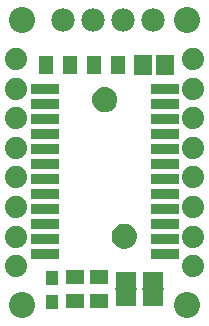
<source format=gbr>
G04 EAGLE Gerber RS-274X export*
G75*
%MOMM*%
%FSLAX34Y34*%
%LPD*%
%INSoldermask Top*%
%IPPOS*%
%AMOC8*
5,1,8,0,0,1.08239X$1,22.5*%
G01*
%ADD10C,2.203200*%
%ADD11C,1.879600*%
%ADD12R,1.303200X1.603200*%
%ADD13C,1.981200*%
%ADD14R,1.803400X1.371600*%
%ADD15R,1.828800X0.152400*%
%ADD16R,1.003200X1.203200*%
%ADD17R,1.503200X1.703200*%
%ADD18R,2.489200X0.838200*%
%ADD19R,1.603200X1.303200*%

G36*
X1792Y42860D02*
X1792Y42860D01*
X1835Y42872D01*
X1901Y42879D01*
X3584Y43330D01*
X3625Y43349D01*
X3688Y43368D01*
X5268Y44105D01*
X5305Y44131D01*
X5364Y44160D01*
X6792Y45160D01*
X6823Y45192D01*
X6876Y45231D01*
X8109Y46464D01*
X8134Y46500D01*
X8180Y46548D01*
X9180Y47976D01*
X9198Y48017D01*
X9235Y48072D01*
X9972Y49652D01*
X9983Y49695D01*
X10010Y49756D01*
X10461Y51439D01*
X10463Y51471D01*
X10470Y51492D01*
X10470Y51507D01*
X10480Y51548D01*
X10632Y53285D01*
X10628Y53329D01*
X10632Y53395D01*
X10480Y55132D01*
X10468Y55175D01*
X10461Y55241D01*
X10010Y56924D01*
X9991Y56965D01*
X9972Y57028D01*
X9235Y58608D01*
X9209Y58645D01*
X9180Y58704D01*
X8180Y60132D01*
X8148Y60163D01*
X8109Y60216D01*
X6876Y61449D01*
X6840Y61474D01*
X6792Y61520D01*
X5364Y62520D01*
X5323Y62538D01*
X5268Y62575D01*
X3688Y63312D01*
X3645Y63323D01*
X3584Y63350D01*
X1901Y63801D01*
X1856Y63804D01*
X1792Y63820D01*
X55Y63972D01*
X11Y63968D01*
X-55Y63972D01*
X-1792Y63820D01*
X-1835Y63808D01*
X-1901Y63801D01*
X-3584Y63350D01*
X-3625Y63331D01*
X-3688Y63312D01*
X-5268Y62575D01*
X-5305Y62549D01*
X-5364Y62520D01*
X-6792Y61520D01*
X-6823Y61488D01*
X-6876Y61449D01*
X-8109Y60216D01*
X-8134Y60180D01*
X-8180Y60132D01*
X-9180Y58704D01*
X-9198Y58663D01*
X-9235Y58608D01*
X-9972Y57028D01*
X-9983Y56985D01*
X-10010Y56924D01*
X-10461Y55241D01*
X-10464Y55196D01*
X-10480Y55132D01*
X-10632Y53395D01*
X-10628Y53351D01*
X-10632Y53285D01*
X-10480Y51548D01*
X-10468Y51505D01*
X-10464Y51471D01*
X-10464Y51455D01*
X-10462Y51450D01*
X-10461Y51439D01*
X-10010Y49756D01*
X-9991Y49715D01*
X-9972Y49652D01*
X-9235Y48072D01*
X-9209Y48035D01*
X-9180Y47976D01*
X-8180Y46548D01*
X-8148Y46517D01*
X-8109Y46464D01*
X-6876Y45231D01*
X-6840Y45206D01*
X-6792Y45160D01*
X-5364Y44160D01*
X-5323Y44142D01*
X-5268Y44105D01*
X-3688Y43368D01*
X-3645Y43357D01*
X-3584Y43330D01*
X-1901Y42879D01*
X-1856Y42876D01*
X-1792Y42860D01*
X-55Y42708D01*
X-11Y42712D01*
X55Y42708D01*
X1792Y42860D01*
G37*
G36*
X18302Y-72710D02*
X18302Y-72710D01*
X18345Y-72698D01*
X18411Y-72691D01*
X20094Y-72240D01*
X20135Y-72221D01*
X20198Y-72202D01*
X21778Y-71465D01*
X21815Y-71439D01*
X21874Y-71410D01*
X23302Y-70410D01*
X23333Y-70378D01*
X23386Y-70339D01*
X24619Y-69106D01*
X24644Y-69070D01*
X24690Y-69022D01*
X25690Y-67594D01*
X25708Y-67553D01*
X25745Y-67498D01*
X26482Y-65918D01*
X26493Y-65875D01*
X26520Y-65814D01*
X26971Y-64131D01*
X26973Y-64099D01*
X26980Y-64078D01*
X26980Y-64063D01*
X26990Y-64022D01*
X27142Y-62285D01*
X27138Y-62241D01*
X27142Y-62175D01*
X26990Y-60438D01*
X26978Y-60395D01*
X26971Y-60329D01*
X26520Y-58646D01*
X26501Y-58605D01*
X26482Y-58542D01*
X25745Y-56962D01*
X25719Y-56925D01*
X25690Y-56866D01*
X24690Y-55438D01*
X24658Y-55407D01*
X24619Y-55354D01*
X23386Y-54121D01*
X23350Y-54096D01*
X23302Y-54050D01*
X21874Y-53050D01*
X21833Y-53032D01*
X21778Y-52995D01*
X20198Y-52258D01*
X20155Y-52247D01*
X20094Y-52220D01*
X18411Y-51769D01*
X18366Y-51766D01*
X18302Y-51750D01*
X16565Y-51598D01*
X16521Y-51602D01*
X16455Y-51598D01*
X14718Y-51750D01*
X14675Y-51762D01*
X14609Y-51769D01*
X12926Y-52220D01*
X12885Y-52239D01*
X12822Y-52258D01*
X11242Y-52995D01*
X11205Y-53021D01*
X11146Y-53050D01*
X9718Y-54050D01*
X9687Y-54082D01*
X9634Y-54121D01*
X8401Y-55354D01*
X8376Y-55390D01*
X8330Y-55438D01*
X7330Y-56866D01*
X7312Y-56907D01*
X7275Y-56962D01*
X6538Y-58542D01*
X6527Y-58585D01*
X6500Y-58646D01*
X6049Y-60329D01*
X6046Y-60374D01*
X6030Y-60438D01*
X5878Y-62175D01*
X5882Y-62219D01*
X5878Y-62285D01*
X6030Y-64022D01*
X6042Y-64065D01*
X6046Y-64099D01*
X6046Y-64115D01*
X6048Y-64120D01*
X6049Y-64131D01*
X6500Y-65814D01*
X6519Y-65855D01*
X6538Y-65918D01*
X7275Y-67498D01*
X7301Y-67535D01*
X7330Y-67594D01*
X8330Y-69022D01*
X8362Y-69053D01*
X8401Y-69106D01*
X9634Y-70339D01*
X9670Y-70364D01*
X9718Y-70410D01*
X11146Y-71410D01*
X11187Y-71428D01*
X11242Y-71465D01*
X12822Y-72202D01*
X12865Y-72213D01*
X12926Y-72240D01*
X14609Y-72691D01*
X14654Y-72694D01*
X14718Y-72710D01*
X16455Y-72862D01*
X16499Y-72858D01*
X16565Y-72862D01*
X18302Y-72710D01*
G37*
D10*
X-69850Y-120650D03*
X69850Y-120650D03*
X-69850Y120650D03*
X69850Y120650D03*
D11*
X75000Y87500D03*
X75000Y62500D03*
X75000Y37500D03*
X75000Y12500D03*
X75000Y-12500D03*
X75000Y-37500D03*
X75000Y-62500D03*
X75000Y-87500D03*
X-75000Y-87500D03*
X-75000Y-62500D03*
X-75000Y-37500D03*
X-75000Y-12500D03*
X-75000Y12500D03*
X-75000Y37500D03*
X-75000Y62500D03*
X-75000Y87500D03*
D12*
X-49370Y82550D03*
X-29370Y82550D03*
X11270Y82550D03*
X-8730Y82550D03*
D13*
X-35560Y120650D03*
X-10160Y120650D03*
X15240Y120650D03*
X40640Y120650D03*
D14*
X17780Y-114300D03*
X17780Y-99060D03*
D15*
X17780Y-106680D03*
D14*
X40640Y-114300D03*
X40640Y-99060D03*
D15*
X40640Y-106680D03*
D16*
X-44450Y-97950D03*
X-44450Y-117950D03*
D17*
X51410Y82550D03*
X32410Y82550D03*
D18*
X-50800Y62230D03*
X-50800Y49530D03*
X-50800Y36830D03*
X-50800Y24130D03*
X-50800Y11430D03*
X-50800Y-1270D03*
X-50800Y-13970D03*
X-50800Y-26670D03*
X-50800Y-39370D03*
X-50800Y-52070D03*
X-50800Y-64770D03*
X-50800Y-77470D03*
X50800Y-77470D03*
X50800Y-64770D03*
X50800Y-52070D03*
X50800Y-39370D03*
X50800Y-26670D03*
X50800Y-13970D03*
X50800Y-1270D03*
X50800Y11430D03*
X50800Y24130D03*
X50800Y36830D03*
X50800Y49530D03*
X50800Y62230D03*
D19*
X-5080Y-116680D03*
X-5080Y-96680D03*
X-25400Y-116680D03*
X-25400Y-96680D03*
M02*

</source>
